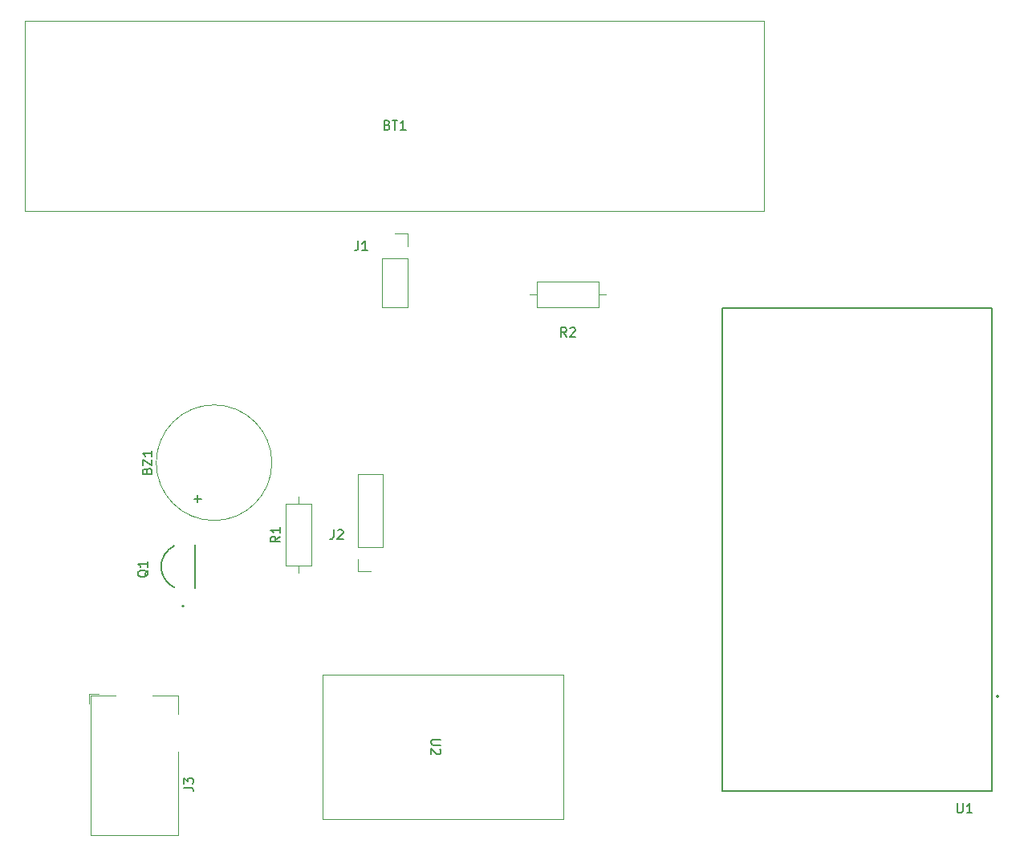
<source format=gbr>
%TF.GenerationSoftware,KiCad,Pcbnew,7.0.7*%
%TF.CreationDate,2023-11-20T10:45:27-05:00*%
%TF.ProjectId,Pocillo Termosensible,506f6369-6c6c-46f2-9054-65726d6f7365,rev?*%
%TF.SameCoordinates,Original*%
%TF.FileFunction,Legend,Top*%
%TF.FilePolarity,Positive*%
%FSLAX46Y46*%
G04 Gerber Fmt 4.6, Leading zero omitted, Abs format (unit mm)*
G04 Created by KiCad (PCBNEW 7.0.7) date 2023-11-20 10:45:27*
%MOMM*%
%LPD*%
G01*
G04 APERTURE LIST*
%ADD10C,0.150000*%
%ADD11C,0.120000*%
%ADD12C,0.127000*%
%ADD13C,0.200000*%
G04 APERTURE END LIST*
D10*
X100814285Y-43095009D02*
X100957142Y-43142628D01*
X100957142Y-43142628D02*
X101004761Y-43190247D01*
X101004761Y-43190247D02*
X101052380Y-43285485D01*
X101052380Y-43285485D02*
X101052380Y-43428342D01*
X101052380Y-43428342D02*
X101004761Y-43523580D01*
X101004761Y-43523580D02*
X100957142Y-43571200D01*
X100957142Y-43571200D02*
X100861904Y-43618819D01*
X100861904Y-43618819D02*
X100480952Y-43618819D01*
X100480952Y-43618819D02*
X100480952Y-42618819D01*
X100480952Y-42618819D02*
X100814285Y-42618819D01*
X100814285Y-42618819D02*
X100909523Y-42666438D01*
X100909523Y-42666438D02*
X100957142Y-42714057D01*
X100957142Y-42714057D02*
X101004761Y-42809295D01*
X101004761Y-42809295D02*
X101004761Y-42904533D01*
X101004761Y-42904533D02*
X100957142Y-42999771D01*
X100957142Y-42999771D02*
X100909523Y-43047390D01*
X100909523Y-43047390D02*
X100814285Y-43095009D01*
X100814285Y-43095009D02*
X100480952Y-43095009D01*
X101338095Y-42618819D02*
X101909523Y-42618819D01*
X101623809Y-43618819D02*
X101623809Y-42618819D01*
X102766666Y-43618819D02*
X102195238Y-43618819D01*
X102480952Y-43618819D02*
X102480952Y-42618819D01*
X102480952Y-42618819D02*
X102385714Y-42761676D01*
X102385714Y-42761676D02*
X102290476Y-42856914D01*
X102290476Y-42856914D02*
X102195238Y-42904533D01*
X95170666Y-85814819D02*
X95170666Y-86529104D01*
X95170666Y-86529104D02*
X95123047Y-86671961D01*
X95123047Y-86671961D02*
X95027809Y-86767200D01*
X95027809Y-86767200D02*
X94884952Y-86814819D01*
X94884952Y-86814819D02*
X94789714Y-86814819D01*
X95599238Y-85910057D02*
X95646857Y-85862438D01*
X95646857Y-85862438D02*
X95742095Y-85814819D01*
X95742095Y-85814819D02*
X95980190Y-85814819D01*
X95980190Y-85814819D02*
X96075428Y-85862438D01*
X96075428Y-85862438D02*
X96123047Y-85910057D01*
X96123047Y-85910057D02*
X96170666Y-86005295D01*
X96170666Y-86005295D02*
X96170666Y-86100533D01*
X96170666Y-86100533D02*
X96123047Y-86243390D01*
X96123047Y-86243390D02*
X95551619Y-86814819D01*
X95551619Y-86814819D02*
X96170666Y-86814819D01*
X160961095Y-114698819D02*
X160961095Y-115508342D01*
X160961095Y-115508342D02*
X161008714Y-115603580D01*
X161008714Y-115603580D02*
X161056333Y-115651200D01*
X161056333Y-115651200D02*
X161151571Y-115698819D01*
X161151571Y-115698819D02*
X161342047Y-115698819D01*
X161342047Y-115698819D02*
X161437285Y-115651200D01*
X161437285Y-115651200D02*
X161484904Y-115603580D01*
X161484904Y-115603580D02*
X161532523Y-115508342D01*
X161532523Y-115508342D02*
X161532523Y-114698819D01*
X162532523Y-115698819D02*
X161961095Y-115698819D01*
X162246809Y-115698819D02*
X162246809Y-114698819D01*
X162246809Y-114698819D02*
X162151571Y-114841676D01*
X162151571Y-114841676D02*
X162056333Y-114936914D01*
X162056333Y-114936914D02*
X161961095Y-114984533D01*
X106455180Y-107950095D02*
X105645657Y-107950095D01*
X105645657Y-107950095D02*
X105550419Y-107997714D01*
X105550419Y-107997714D02*
X105502800Y-108045333D01*
X105502800Y-108045333D02*
X105455180Y-108140571D01*
X105455180Y-108140571D02*
X105455180Y-108331047D01*
X105455180Y-108331047D02*
X105502800Y-108426285D01*
X105502800Y-108426285D02*
X105550419Y-108473904D01*
X105550419Y-108473904D02*
X105645657Y-108521523D01*
X105645657Y-108521523D02*
X106455180Y-108521523D01*
X106359942Y-108950095D02*
X106407561Y-108997714D01*
X106407561Y-108997714D02*
X106455180Y-109092952D01*
X106455180Y-109092952D02*
X106455180Y-109331047D01*
X106455180Y-109331047D02*
X106407561Y-109426285D01*
X106407561Y-109426285D02*
X106359942Y-109473904D01*
X106359942Y-109473904D02*
X106264704Y-109521523D01*
X106264704Y-109521523D02*
X106169466Y-109521523D01*
X106169466Y-109521523D02*
X106026609Y-109473904D01*
X106026609Y-109473904D02*
X105455180Y-108902476D01*
X105455180Y-108902476D02*
X105455180Y-109521523D01*
X75481009Y-79620952D02*
X75528628Y-79478095D01*
X75528628Y-79478095D02*
X75576247Y-79430476D01*
X75576247Y-79430476D02*
X75671485Y-79382857D01*
X75671485Y-79382857D02*
X75814342Y-79382857D01*
X75814342Y-79382857D02*
X75909580Y-79430476D01*
X75909580Y-79430476D02*
X75957200Y-79478095D01*
X75957200Y-79478095D02*
X76004819Y-79573333D01*
X76004819Y-79573333D02*
X76004819Y-79954285D01*
X76004819Y-79954285D02*
X75004819Y-79954285D01*
X75004819Y-79954285D02*
X75004819Y-79620952D01*
X75004819Y-79620952D02*
X75052438Y-79525714D01*
X75052438Y-79525714D02*
X75100057Y-79478095D01*
X75100057Y-79478095D02*
X75195295Y-79430476D01*
X75195295Y-79430476D02*
X75290533Y-79430476D01*
X75290533Y-79430476D02*
X75385771Y-79478095D01*
X75385771Y-79478095D02*
X75433390Y-79525714D01*
X75433390Y-79525714D02*
X75481009Y-79620952D01*
X75481009Y-79620952D02*
X75481009Y-79954285D01*
X75004819Y-79049523D02*
X75004819Y-78382857D01*
X75004819Y-78382857D02*
X76004819Y-79049523D01*
X76004819Y-79049523D02*
X76004819Y-78382857D01*
X76004819Y-77478095D02*
X76004819Y-78049523D01*
X76004819Y-77763809D02*
X75004819Y-77763809D01*
X75004819Y-77763809D02*
X75147676Y-77859047D01*
X75147676Y-77859047D02*
X75242914Y-77954285D01*
X75242914Y-77954285D02*
X75290533Y-78049523D01*
X80823866Y-82920951D02*
X80823866Y-82159047D01*
X81204819Y-82539999D02*
X80442914Y-82539999D01*
X97735666Y-55349819D02*
X97735666Y-56064104D01*
X97735666Y-56064104D02*
X97688047Y-56206961D01*
X97688047Y-56206961D02*
X97592809Y-56302200D01*
X97592809Y-56302200D02*
X97449952Y-56349819D01*
X97449952Y-56349819D02*
X97354714Y-56349819D01*
X98735666Y-56349819D02*
X98164238Y-56349819D01*
X98449952Y-56349819D02*
X98449952Y-55349819D01*
X98449952Y-55349819D02*
X98354714Y-55492676D01*
X98354714Y-55492676D02*
X98259476Y-55587914D01*
X98259476Y-55587914D02*
X98164238Y-55635533D01*
X75604057Y-90066738D02*
X75556438Y-90161976D01*
X75556438Y-90161976D02*
X75461200Y-90257214D01*
X75461200Y-90257214D02*
X75318342Y-90400071D01*
X75318342Y-90400071D02*
X75270723Y-90495309D01*
X75270723Y-90495309D02*
X75270723Y-90590547D01*
X75508819Y-90542928D02*
X75461200Y-90638166D01*
X75461200Y-90638166D02*
X75365961Y-90733404D01*
X75365961Y-90733404D02*
X75175485Y-90781023D01*
X75175485Y-90781023D02*
X74842152Y-90781023D01*
X74842152Y-90781023D02*
X74651676Y-90733404D01*
X74651676Y-90733404D02*
X74556438Y-90638166D01*
X74556438Y-90638166D02*
X74508819Y-90542928D01*
X74508819Y-90542928D02*
X74508819Y-90352452D01*
X74508819Y-90352452D02*
X74556438Y-90257214D01*
X74556438Y-90257214D02*
X74651676Y-90161976D01*
X74651676Y-90161976D02*
X74842152Y-90114357D01*
X74842152Y-90114357D02*
X75175485Y-90114357D01*
X75175485Y-90114357D02*
X75365961Y-90161976D01*
X75365961Y-90161976D02*
X75461200Y-90257214D01*
X75461200Y-90257214D02*
X75508819Y-90352452D01*
X75508819Y-90352452D02*
X75508819Y-90542928D01*
X75508819Y-89161976D02*
X75508819Y-89733404D01*
X75508819Y-89447690D02*
X74508819Y-89447690D01*
X74508819Y-89447690D02*
X74651676Y-89542928D01*
X74651676Y-89542928D02*
X74746914Y-89638166D01*
X74746914Y-89638166D02*
X74794533Y-89733404D01*
X89524819Y-86526666D02*
X89048628Y-86859999D01*
X89524819Y-87098094D02*
X88524819Y-87098094D01*
X88524819Y-87098094D02*
X88524819Y-86717142D01*
X88524819Y-86717142D02*
X88572438Y-86621904D01*
X88572438Y-86621904D02*
X88620057Y-86574285D01*
X88620057Y-86574285D02*
X88715295Y-86526666D01*
X88715295Y-86526666D02*
X88858152Y-86526666D01*
X88858152Y-86526666D02*
X88953390Y-86574285D01*
X88953390Y-86574285D02*
X89001009Y-86621904D01*
X89001009Y-86621904D02*
X89048628Y-86717142D01*
X89048628Y-86717142D02*
X89048628Y-87098094D01*
X89524819Y-85574285D02*
X89524819Y-86145713D01*
X89524819Y-85859999D02*
X88524819Y-85859999D01*
X88524819Y-85859999D02*
X88667676Y-85955237D01*
X88667676Y-85955237D02*
X88762914Y-86050475D01*
X88762914Y-86050475D02*
X88810533Y-86145713D01*
X79372819Y-113019333D02*
X80087104Y-113019333D01*
X80087104Y-113019333D02*
X80229961Y-113066952D01*
X80229961Y-113066952D02*
X80325200Y-113162190D01*
X80325200Y-113162190D02*
X80372819Y-113305047D01*
X80372819Y-113305047D02*
X80372819Y-113400285D01*
X79372819Y-112638380D02*
X79372819Y-112019333D01*
X79372819Y-112019333D02*
X79753771Y-112352666D01*
X79753771Y-112352666D02*
X79753771Y-112209809D01*
X79753771Y-112209809D02*
X79801390Y-112114571D01*
X79801390Y-112114571D02*
X79849009Y-112066952D01*
X79849009Y-112066952D02*
X79944247Y-112019333D01*
X79944247Y-112019333D02*
X80182342Y-112019333D01*
X80182342Y-112019333D02*
X80277580Y-112066952D01*
X80277580Y-112066952D02*
X80325200Y-112114571D01*
X80325200Y-112114571D02*
X80372819Y-112209809D01*
X80372819Y-112209809D02*
X80372819Y-112495523D01*
X80372819Y-112495523D02*
X80325200Y-112590761D01*
X80325200Y-112590761D02*
X80277580Y-112638380D01*
X119721333Y-65478819D02*
X119388000Y-65002628D01*
X119149905Y-65478819D02*
X119149905Y-64478819D01*
X119149905Y-64478819D02*
X119530857Y-64478819D01*
X119530857Y-64478819D02*
X119626095Y-64526438D01*
X119626095Y-64526438D02*
X119673714Y-64574057D01*
X119673714Y-64574057D02*
X119721333Y-64669295D01*
X119721333Y-64669295D02*
X119721333Y-64812152D01*
X119721333Y-64812152D02*
X119673714Y-64907390D01*
X119673714Y-64907390D02*
X119626095Y-64955009D01*
X119626095Y-64955009D02*
X119530857Y-65002628D01*
X119530857Y-65002628D02*
X119149905Y-65002628D01*
X120102286Y-64574057D02*
X120149905Y-64526438D01*
X120149905Y-64526438D02*
X120245143Y-64478819D01*
X120245143Y-64478819D02*
X120483238Y-64478819D01*
X120483238Y-64478819D02*
X120578476Y-64526438D01*
X120578476Y-64526438D02*
X120626095Y-64574057D01*
X120626095Y-64574057D02*
X120673714Y-64669295D01*
X120673714Y-64669295D02*
X120673714Y-64764533D01*
X120673714Y-64764533D02*
X120626095Y-64907390D01*
X120626095Y-64907390D02*
X120054667Y-65478819D01*
X120054667Y-65478819D02*
X120673714Y-65478819D01*
D11*
%TO.C,BT1*%
X140600000Y-52214000D02*
X62600000Y-52214000D01*
X140600000Y-32114000D02*
X140600000Y-52214000D01*
X62600000Y-52214000D02*
X62600000Y-32114000D01*
X62600000Y-32114000D02*
X140600000Y-32114000D01*
%TO.C,J2*%
X100390000Y-87630000D02*
X100390000Y-79950000D01*
X100390000Y-87630000D02*
X97730000Y-87630000D01*
X100390000Y-79950000D02*
X97730000Y-79950000D01*
X99060000Y-90230000D02*
X97730000Y-90230000D01*
X97730000Y-90230000D02*
X97730000Y-88900000D01*
X97730000Y-87630000D02*
X97730000Y-79950000D01*
D12*
%TO.C,U1*%
X164648000Y-113359000D02*
X153579000Y-113359000D01*
X164648000Y-113359000D02*
X136138000Y-113359000D01*
X164648000Y-62409000D02*
X164648000Y-113359000D01*
X164648000Y-62409000D02*
X164648000Y-113359000D01*
X164648000Y-62409000D02*
X159278000Y-62409000D01*
X159278000Y-62409000D02*
X141588000Y-62409000D01*
X153579000Y-113359000D02*
X146868000Y-113359000D01*
X146868000Y-113359000D02*
X136138000Y-113359000D01*
X141588000Y-62409000D02*
X136138000Y-62409000D01*
X136138000Y-113359000D02*
X136138000Y-62409000D01*
X136138000Y-113359000D02*
X136138000Y-62409000D01*
X136138000Y-62409000D02*
X164648000Y-62409000D01*
D13*
X165318000Y-103399000D02*
G75*
G03*
X165318000Y-103399000I-100000J0D01*
G01*
D11*
%TO.C,U2*%
X119380000Y-101092000D02*
X93980000Y-101092000D01*
X93980000Y-101092000D02*
X93980000Y-116332000D01*
X93980000Y-116332000D02*
X119380000Y-116332000D01*
X119380000Y-116332000D02*
X119380000Y-101092000D01*
%TO.C,BZ1*%
X88650000Y-78740000D02*
G75*
G03*
X88650000Y-78740000I-6100000J0D01*
G01*
%TO.C,J1*%
X100295000Y-57165000D02*
X100295000Y-62305000D01*
X100295000Y-57165000D02*
X102955000Y-57165000D01*
X100295000Y-62305000D02*
X102955000Y-62305000D01*
X101625000Y-54565000D02*
X102955000Y-54565000D01*
X102955000Y-54565000D02*
X102955000Y-55895000D01*
X102955000Y-57165000D02*
X102955000Y-62305000D01*
D12*
%TO.C,Q1*%
X80541000Y-92007500D02*
X80541000Y-87407500D01*
X76941000Y-89707500D02*
G75*
G03*
X78341000Y-91907500I2605258J112437D01*
G01*
X78341000Y-87507500D02*
G75*
G03*
X76941000Y-89707500I1205258J-2312437D01*
G01*
D13*
X79371000Y-93896500D02*
G75*
G03*
X79371000Y-93896500I-100000J0D01*
G01*
D11*
%TO.C,R1*%
X91440000Y-90400000D02*
X91440000Y-89630000D01*
X90070000Y-89630000D02*
X92810000Y-89630000D01*
X92810000Y-89630000D02*
X92810000Y-83090000D01*
X90070000Y-83090000D02*
X90070000Y-89630000D01*
X92810000Y-83090000D02*
X90070000Y-83090000D01*
X91440000Y-82320000D02*
X91440000Y-83090000D01*
%TO.C,J3*%
X69568000Y-118036000D02*
X69568000Y-103336000D01*
X78768000Y-118036000D02*
X69568000Y-118036000D01*
X78768000Y-109236000D02*
X78768000Y-118036000D01*
X69368000Y-104186000D02*
X69368000Y-103136000D01*
X69568000Y-103336000D02*
X72168000Y-103336000D01*
X76068000Y-103336000D02*
X78768000Y-103336000D01*
X78768000Y-103336000D02*
X78768000Y-105236000D01*
X70418000Y-103136000D02*
X69368000Y-103136000D01*
%TO.C,R2*%
X115848000Y-60960000D02*
X116618000Y-60960000D01*
X116618000Y-59590000D02*
X116618000Y-62330000D01*
X116618000Y-62330000D02*
X123158000Y-62330000D01*
X123158000Y-59590000D02*
X116618000Y-59590000D01*
X123158000Y-62330000D02*
X123158000Y-59590000D01*
X123928000Y-60960000D02*
X123158000Y-60960000D01*
%TD*%
M02*

</source>
